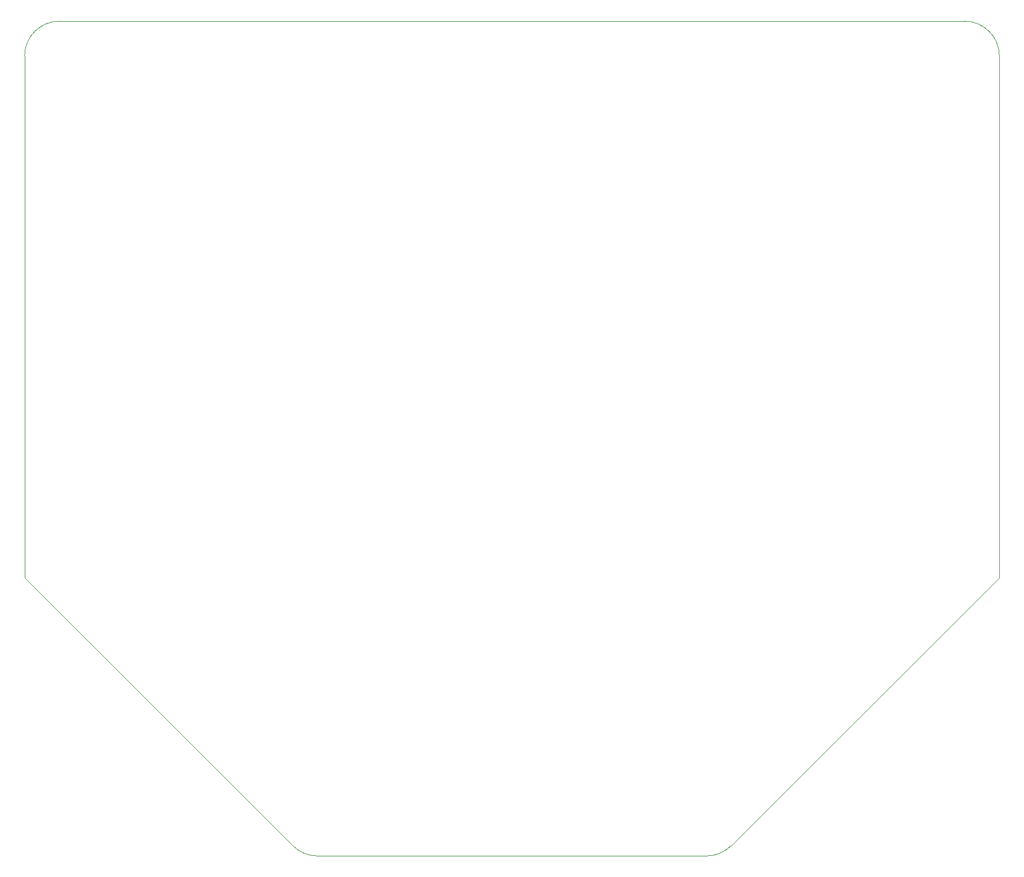
<source format=gm1>
%TF.GenerationSoftware,KiCad,Pcbnew,9.0.2-9.0.2-0~ubuntu24.04.1*%
%TF.CreationDate,2025-07-04T20:19:56-04:00*%
%TF.ProjectId,PCBbot,50434262-6f74-42e6-9b69-6361645f7063,rev?*%
%TF.SameCoordinates,Original*%
%TF.FileFunction,Profile,NP*%
%FSLAX46Y46*%
G04 Gerber Fmt 4.6, Leading zero omitted, Abs format (unit mm)*
G04 Created by KiCad (PCBNEW 9.0.2-9.0.2-0~ubuntu24.04.1) date 2025-07-04 20:19:56*
%MOMM*%
%LPD*%
G01*
G04 APERTURE LIST*
%TA.AperFunction,Profile*%
%ADD10C,0.050000*%
%TD*%
G04 APERTURE END LIST*
D10*
X35000000Y-100000000D02*
X35000000Y-30000000D01*
X77071068Y-145000000D02*
G75*
G02*
X73535509Y-143535559I32J5000200D01*
G01*
X175000000Y-105000000D02*
X175000000Y-100000000D01*
X175000000Y-30000000D02*
X175000000Y-100000000D01*
X170000000Y-25000000D02*
G75*
G02*
X175000000Y-30000000I0J-5000000D01*
G01*
X175000000Y-105000000D02*
X136464466Y-143535534D01*
X132928932Y-145000000D02*
X85000000Y-145000000D01*
X35000000Y-105000000D02*
X35000000Y-100000000D01*
X73535534Y-143535534D02*
X35000000Y-105000000D01*
X80000000Y-145000000D02*
X77071068Y-145000000D01*
X40000000Y-25000000D02*
X170000000Y-25000000D01*
X35000000Y-30000000D02*
G75*
G02*
X40000000Y-25000000I5000000J0D01*
G01*
X136464466Y-143535534D02*
G75*
G02*
X132928932Y-144999981I-3535466J3535434D01*
G01*
X85000000Y-145000000D02*
X80000000Y-145000000D01*
M02*

</source>
